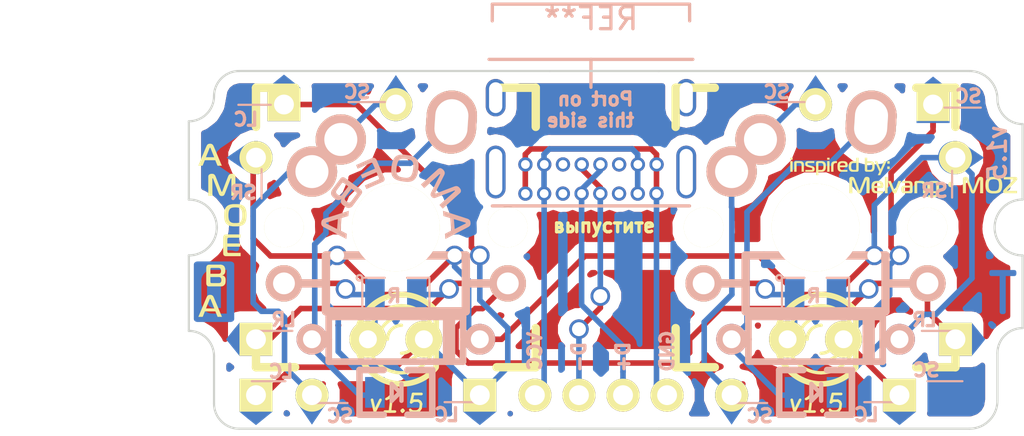
<source format=kicad_pcb>
(kicad_pcb (version 20171130) (host pcbnew "(5.0.1)-3")
  (layers (0 F.Cu signal) (31 B.Cu signal) (34 B.Paste user) (35 F.Paste user) (36 B.SilkS user) (37 F.SilkS user) (38 B.Mask user) (39 F.Mask user) (44 Edge.Cuts user))
  (net 0 "")
  (net 1 /key/LC0)
  (net 2 /key/LR0)
  (net 3 /key/SC0)
  (net 4 /key/led/N-LR0)
  (net 5 /key/switch/N-SD0)
  (net 6 D-)
  (net 7 D+)
  (net 8 SR0)
  (net 9 SC1)
  (net 10 N-SD1)
  (net 11 LC1)
  (net 12 GND)
  (net 13 N-LR1)
  (net 14 VCC)
  (module ALPS_CHERRY_ZEAL_PCB_100H (layer F.Cu) (at 267.97 110.49)
    (fp_text reference S0 hide)
    (fp_text value MX1A hide)
    (pad "" np_thru_hole circle (at 5.08 0) (size 1.8018 1.8018) (drill 1.8018) (layers *.Cu *.Mask F.SilkS))
    (pad "" np_thru_hole circle (at -5.08 0) (size 1.8018 1.8018) (drill 1.8018) (layers *.Cu *.Mask F.SilkS))
    (pad "" np_thru_hole circle (at 0 0) (size 3.9878 3.9878) (drill 3.9878) (layers *.Cu *.Mask F.SilkS))
    (pad 2 thru_hole circle (at -3.81 -2.54) (size 2.286 2.286) (drill 1.4986) (layers *.Cu *.SilkS *.Mask) (net 9 SC1))
    (pad 2 thru_hole circle (at -2.5 -4) (size 2.286 2.286) (drill 1.4986) (layers *.Cu *.SilkS *.Mask) (net 9 SC1))
    (pad 1 thru_hole oval (at 2.52 -4.79 356.05481) (size 2.286 2.867377) (drill oval 1.4986 2.079977) (layers *.Cu *.SilkS *.Mask) (net 10 N-SD1))
  )
  (module Pad (layer F.Cu) (at 261.23 118.11)
    (fp_text reference SC0:3 hide)
    (fp_text value CONN_1 hide)
    (pad 4 thru_hole circle (at 0 0) (size 1.5 1.5) (drill 0.9) (layers *.Cu *.Mask F.SilkS) (net 12 GND))
  )
  (module Pad (layer F.Cu) (at 259.23 118.11)
    (fp_text reference SC0:3 hide)
    (fp_text value CONN_1 hide)
    (pad 3 thru_hole circle (at 0 0) (size 1.5 1.5) (drill 0.9) (layers *.Cu *.Mask F.SilkS) (net 7 D+))
  )
  (module Pad (layer F.Cu) (at 257.23 118.11)
    (fp_text reference SC0:3 hide)
    (fp_text value CONN_1 hide)
    (pad 2 thru_hole circle (at 0 0) (size 1.5 1.5) (drill 0.9) (layers *.Cu *.Mask F.SilkS) (net 6 D-))
  )
  (module Pad (layer F.Cu) (at 255.23 118.11)
    (fp_text reference SC0:3 hide)
    (fp_text value CONN_1 hide)
    (pad 1 thru_hole circle (at 0 0) (size 1.5 1.5) (drill 0.9) (layers *.Cu *.Mask F.SilkS) (net 14 VCC))
  )
  (module pad-arrow-round (layer B.Cu) (at 274.57 107.315)
    (fp_text reference pad-arrow-round hide)
    (fp_text value G*** hide)
    (fp_poly (pts (xy -0.295451 -0.749653) (xy -0.346799 -0.747924) (xy -0.397215 -0.742813) (xy -0.446588 -0.73443) (xy -0.494805 -0.722888) (xy -0.541757 -0.708297) (xy -0.587331 -0.690768) (xy -0.631416 -0.670414) (xy -0.673901 -0.647346) (xy -0.714674 -0.621674) (xy -0.753623 -0.593511) (xy -0.790639 -0.562968) (xy -0.825608 -0.530156) (xy -0.85842 -0.495187) (xy -0.888963 -0.458172) (xy -0.917126 -0.419222) (xy -0.942797 -0.378449) (xy -0.965866 -0.335965) (xy -0.98622 -0.291879) (xy -1.003748 -0.246305) (xy -1.018339 -0.199354) (xy -1.029882 -0.151136) (xy -1.038264 -0.101764) (xy -1.043376 -0.051348) (xy -1.045104 0) (xy -1.043376 0.051348) (xy -1.038264 0.101764) (xy -1.029882 0.151136) (xy -1.018339 0.199354) (xy -1.003748 0.246306) (xy -0.98622 0.29188) (xy -0.965866 0.335965) (xy -0.942797 0.378449) (xy -0.917126 0.419222) (xy -0.888963 0.458172) (xy -0.85842 0.495187) (xy -0.825608 0.530156) (xy -0.790639 0.562968) (xy -0.753623 0.593511) (xy -0.714674 0.621674) (xy -0.673901 0.647346) (xy -0.631416 0.670414) (xy -0.587331 0.690768) (xy -0.541757 0.708297) (xy -0.494805 0.722888) (xy -0.446588 0.73443) (xy -0.397215 0.742813) (xy -0.346799 0.747924) (xy -0.295451 0.749653) (xy -0.24372 0.747823) (xy -0.193112 0.742433) (xy -0.143684 0.733635) (xy -0.095493 0.72158) (xy -0.048594 0.70642) (xy -0.003044 0.688306) (xy 0.041101 0.667388) (xy 0.083785 0.643819) (xy 0.136701 0.617361) (xy 1.045104 0) (xy 0.136701 -0.612951) (xy 0.108311 -0.630069) (xy 0.083785 -0.643819) (xy 0.040974 -0.667677) (xy -0.003139 -0.68873) (xy -0.04856 -0.706862) (xy -0.095293 -0.721957) (xy -0.143344 -0.7339) (xy -0.192717 -0.742574) (xy -0.243418 -0.747864) (xy -0.295451 -0.749653)) (layer B.Cu) (width 0.00254))
  )
  (module pad-arrow-round (layer B.Cu) (at 264.16 118.4021 270)
    (fp_text reference pad-arrow-round hide)
    (fp_text value G*** hide)
    (fp_poly (pts (xy -0.295451 -0.749653) (xy -0.346799 -0.747924) (xy -0.397215 -0.742813) (xy -0.446588 -0.73443) (xy -0.494805 -0.722888) (xy -0.541757 -0.708297) (xy -0.587331 -0.690768) (xy -0.631416 -0.670414) (xy -0.673901 -0.647346) (xy -0.714674 -0.621674) (xy -0.753623 -0.593511) (xy -0.790639 -0.562968) (xy -0.825608 -0.530156) (xy -0.85842 -0.495187) (xy -0.888963 -0.458172) (xy -0.917126 -0.419222) (xy -0.942797 -0.378449) (xy -0.965866 -0.335965) (xy -0.98622 -0.291879) (xy -1.003748 -0.246305) (xy -1.018339 -0.199354) (xy -1.029882 -0.151136) (xy -1.038264 -0.101764) (xy -1.043376 -0.051348) (xy -1.045104 0) (xy -1.043376 0.051348) (xy -1.038264 0.101764) (xy -1.029882 0.151136) (xy -1.018339 0.199354) (xy -1.003748 0.246306) (xy -0.98622 0.29188) (xy -0.965866 0.335965) (xy -0.942797 0.378449) (xy -0.917126 0.419222) (xy -0.888963 0.458172) (xy -0.85842 0.495187) (xy -0.825608 0.530156) (xy -0.790639 0.562968) (xy -0.753623 0.593511) (xy -0.714674 0.621674) (xy -0.673901 0.647346) (xy -0.631416 0.670414) (xy -0.587331 0.690768) (xy -0.541757 0.708297) (xy -0.494805 0.722888) (xy -0.446588 0.73443) (xy -0.397215 0.742813) (xy -0.346799 0.747924) (xy -0.295451 0.749653) (xy -0.24372 0.747823) (xy -0.193112 0.742433) (xy -0.143684 0.733635) (xy -0.095493 0.72158) (xy -0.048594 0.70642) (xy -0.003044 0.688306) (xy 0.041101 0.667388) (xy 0.083785 0.643819) (xy 0.136701 0.617361) (xy 1.045104 0) (xy 0.136701 -0.612951) (xy 0.108311 -0.630069) (xy 0.083785 -0.643819) (xy 0.040974 -0.667677) (xy -0.003139 -0.68873) (xy -0.04856 -0.706862) (xy -0.095293 -0.721957) (xy -0.143344 -0.7339) (xy -0.192717 -0.742574) (xy -0.243418 -0.747864) (xy -0.295451 -0.749653)) (layer B.Cu) (width 0.00254))
  )
  (module pad-arrow-round (layer B.Cu) (at 267.97 104.6099 90)
    (fp_text reference pad-arrow-round hide)
    (fp_text value G*** hide)
    (fp_poly (pts (xy -0.295451 -0.749653) (xy -0.346799 -0.747924) (xy -0.397215 -0.742813) (xy -0.446588 -0.73443) (xy -0.494805 -0.722888) (xy -0.541757 -0.708297) (xy -0.587331 -0.690768) (xy -0.631416 -0.670414) (xy -0.673901 -0.647346) (xy -0.714674 -0.621674) (xy -0.753623 -0.593511) (xy -0.790639 -0.562968) (xy -0.825608 -0.530156) (xy -0.85842 -0.495187) (xy -0.888963 -0.458172) (xy -0.917126 -0.419222) (xy -0.942797 -0.378449) (xy -0.965866 -0.335965) (xy -0.98622 -0.291879) (xy -1.003748 -0.246305) (xy -1.018339 -0.199354) (xy -1.029882 -0.151136) (xy -1.038264 -0.101764) (xy -1.043376 -0.051348) (xy -1.045104 0) (xy -1.043376 0.051348) (xy -1.038264 0.101764) (xy -1.029882 0.151136) (xy -1.018339 0.199354) (xy -1.003748 0.246306) (xy -0.98622 0.29188) (xy -0.965866 0.335965) (xy -0.942797 0.378449) (xy -0.917126 0.419222) (xy -0.888963 0.458172) (xy -0.85842 0.495187) (xy -0.825608 0.530156) (xy -0.790639 0.562968) (xy -0.753623 0.593511) (xy -0.714674 0.621674) (xy -0.673901 0.647346) (xy -0.631416 0.670414) (xy -0.587331 0.690768) (xy -0.541757 0.708297) (xy -0.494805 0.722888) (xy -0.446588 0.73443) (xy -0.397215 0.742813) (xy -0.346799 0.747924) (xy -0.295451 0.749653) (xy -0.24372 0.747823) (xy -0.193112 0.742433) (xy -0.143684 0.733635) (xy -0.095493 0.72158) (xy -0.048594 0.70642) (xy -0.003044 0.688306) (xy 0.041101 0.667388) (xy 0.083785 0.643819) (xy 0.136701 0.617361) (xy 1.045104 0) (xy 0.136701 -0.612951) (xy 0.108311 -0.630069) (xy 0.083785 -0.643819) (xy 0.040974 -0.667677) (xy -0.003139 -0.68873) (xy -0.04856 -0.706862) (xy -0.095293 -0.721957) (xy -0.143344 -0.7339) (xy -0.192717 -0.742574) (xy -0.243418 -0.747864) (xy -0.295451 -0.749653)) (layer B.Cu) (width 0.00254))
  )
  (module pad-arrow-square (layer B.Cu) (at 274.62 115.57)
    (fp_text reference pad-arrow-square hide)
    (fp_text value G*** hide)
    (fp_poly (pts (xy -1.053924 -0.749653) (xy -1.053924 0.749653) (xy 0.445382 0.749653) (xy 0.754063 0.379236) (xy 1.053924 0) (xy 0.754063 -0.370417) (xy 0.445382 -0.749653) (xy -1.053924 -0.749653)) (layer B.Cu) (width 0.00254))
  )
  (module pad-arrow-square (layer B.Cu) (at 271.78 118.4148 270)
    (fp_text reference pad-arrow-square hide)
    (fp_text value G*** hide)
    (fp_poly (pts (xy -1.053924 -0.749653) (xy -1.053924 0.749653) (xy 0.445382 0.749653) (xy 0.754063 0.379236) (xy 1.053924 0) (xy 0.754063 -0.370417) (xy 0.445382 -0.749653) (xy -1.053924 -0.749653)) (layer B.Cu) (width 0.00254))
  )
  (module pad-arrow-square (layer B.Cu) (at 273.304 104.6852 90)
    (fp_text reference pad-arrow-square hide)
    (fp_text value G*** hide)
    (fp_poly (pts (xy -1.053924 -0.749653) (xy -1.053924 0.749653) (xy 0.445382 0.749653) (xy 0.754063 0.379236) (xy 1.053924 0) (xy 0.754063 -0.370417) (xy 0.445382 -0.749653) (xy -1.053924 -0.749653)) (layer B.Cu) (width 0.00254))
  )
  (module SM0805 (layer B.Cu) (at 267.97 113.538)
    (fp_text reference R1 hide)
    (fp_text value RESISTOR hide)
    (pad 2 smd rect (at 0.9525 0) (size 0.889 1.397) (layers B.Cu B.Paste B.Mask) (net 2 /key/LR0))
    (pad 1 smd rect (at -0.9525 0) (size 0.889 1.397) (layers B.Cu B.Paste B.Mask) (net 13 N-LR1))
  )
  (module LED-3MM (layer F.Cu) (at 267.97 115.57)
    (fp_text reference LED0 hide)
    (fp_text value LED hide)
    (pad 2 thru_hole circle (at 1.27 0) (size 1.6764 1.6764) (drill 0.8128) (layers *.Cu *.Mask F.SilkS) (net 11 LC1))
    (pad 1 thru_hole circle (at -1.27 0) (size 1.6764 1.6764) (drill 0.8128) (layers *.Cu *.Mask F.SilkS) (net 13 N-LR1))
  )
  (module Pad (layer F.Cu) (at 264.16 118.11)
    (fp_text reference SC0:2 hide)
    (fp_text value CONN_1 hide)
    (pad 1 thru_hole circle (at 0 0) (size 1.5 1.5) (drill 0.9) (layers *.Cu *.Mask F.SilkS) (net 9 SC1))
  )
  (module D3 (layer B.Cu) (at 267.97 115.57)
    (fp_text reference D0 hide)
    (fp_text value DIODE hide)
    (pad 1 thru_hole circle (at -3.81 0) (size 1.397 1.397) (drill 0.8128) (layers *.Cu *.Mask B.SilkS) (net 10 N-SD1))
    (pad 2 thru_hole circle (at 3.81 0) (size 1.397 1.397) (drill 0.8128) (layers *.Cu *.Mask B.SilkS) (net 8 SR0))
  )
  (module Pad (layer F.Cu) (at 274.32 115.57)
    (fp_text reference LR0:1 hide)
    (fp_text value CONN_1 hide)
    (pad 1 thru_hole rect (at 0 0) (size 1.5 1.5) (drill 0.9) (layers *.Cu *.Mask F.SilkS) (net 2 /key/LR0))
  )
  (module Pad (layer F.Cu) (at 274.955 107.696)
    (fp_text reference SR0:1 hide)
    (fp_text value CONN_1 hide)
    (pad 1 thru_hole circle (at -0.635 -0.381) (size 1.5 1.5) (drill 0.9) (layers *.Cu *.Mask F.SilkS) (net 8 SR0))
  )
  (module Pad (layer F.Cu) (at 271.78 118.11)
    (fp_text reference LC0:1 hide)
    (fp_text value CONN_1 hide)
    (pad 1 thru_hole rect (at 0 0) (size 1.5 1.5) (drill 0.9) (layers *.Cu *.Mask F.SilkS) (net 11 LC1))
  )
  (module Pad (layer F.Cu) (at 273.304 104.902)
    (fp_text reference LC0:0 hide)
    (fp_text value CONN_1 hide)
    (pad 1 thru_hole rect (at 0 0) (size 1.5 1.5) (drill 0.9) (layers *.Cu *.Mask F.SilkS) (net 11 LC1))
  )
  (module RESISTOR (layer B.Cu) (at 267.97 113.03)
    (fp_text reference R0 hide)
    (fp_text value RESISTOR hide)
    (pad 2 thru_hole circle (at 5.08 0) (size 1.651 1.651) (drill 0.9906) (layers *.Cu *.SilkS *.Mask) (net 2 /key/LR0))
    (pad 1 thru_hole circle (at -5.08 0) (size 1.651 1.651) (drill 0.9906) (layers *.Cu *.SilkS *.Mask) (net 13 N-LR1))
  )
  (module Pad (layer F.Cu) (at 267.97 104.902)
    (fp_text reference SC0:0 hide)
    (fp_text value CONN_1 hide)
    (pad 1 thru_hole circle (at 0 0) (size 1.5 1.5) (drill 0.9) (layers *.Cu *.Mask F.SilkS) (net 9 SC1))
  )
  (module SM0805D (layer B.Cu) (at 267.97 117.983)
    (fp_text reference D1 hide)
    (fp_text value DIODE hide)
    (pad 2 smd rect (at 0.9525 0) (size 0.889 1.397) (layers B.Cu B.Paste B.Mask) (net 8 SR0))
    (pad 1 smd rect (at -0.9525 0) (size 0.889 1.397) (layers B.Cu B.Paste B.Mask) (net 10 N-SD1))
  )
  (module ALPS_CHERRY_ZEAL_PCB_100H (layer F.Cu) (at 248.92 110.49)
    (fp_text reference S0 hide)
    (fp_text value MX1A hide)
    (pad 1 thru_hole oval (at 2.52 -4.79 356.05481) (size 2.286 2.867377) (drill oval 1.4986 2.079977) (layers *.Cu *.SilkS *.Mask) (net 5 /key/switch/N-SD0))
    (pad 2 thru_hole circle (at -2.5 -4) (size 2.286 2.286) (drill 1.4986) (layers *.Cu *.SilkS *.Mask) (net 3 /key/SC0))
    (pad 2 thru_hole circle (at -3.81 -2.54) (size 2.286 2.286) (drill 1.4986) (layers *.Cu *.SilkS *.Mask) (net 3 /key/SC0))
    (pad "" np_thru_hole circle (at 0 0) (size 3.9878 3.9878) (drill 3.9878) (layers *.Cu *.Mask F.SilkS))
    (pad "" np_thru_hole circle (at -5.08 0) (size 1.8018 1.8018) (drill 1.8018) (layers *.Cu *.Mask F.SilkS))
    (pad "" np_thru_hole circle (at 5.08 0) (size 1.8018 1.8018) (drill 1.8018) (layers *.Cu *.Mask F.SilkS))
  )
  (module RESISTOR (layer B.Cu) (at 248.92 113.03)
    (fp_text reference R0 hide)
    (fp_text value RESISTOR hide)
    (pad 1 thru_hole circle (at -5.08 0) (size 1.651 1.651) (drill 0.9906) (layers *.Cu *.SilkS *.Mask) (net 4 /key/led/N-LR0))
    (pad 2 thru_hole circle (at 5.08 0) (size 1.651 1.651) (drill 0.9906) (layers *.Cu *.SilkS *.Mask) (net 2 /key/LR0))
  )
  (module Pad (layer F.Cu) (at 248.92 104.902)
    (fp_text reference SC0:0 hide)
    (fp_text value CONN_1 hide)
    (pad 1 thru_hole circle (at 0 0) (size 1.5 1.5) (drill 0.9) (layers *.Cu *.Mask F.SilkS) (net 3 /key/SC0))
  )
  (module Pad (layer F.Cu) (at 243.84 104.902)
    (fp_text reference LC0:0 hide)
    (fp_text value CONN_1 hide)
    (pad 1 thru_hole rect (at 0 0) (size 1.5 1.5) (drill 0.9) (layers *.Cu *.Mask F.SilkS) (net 1 /key/LC0))
  )
  (module Pad (layer F.Cu) (at 242.57 115.57)
    (fp_text reference LR0:0 hide)
    (fp_text value CONN_1 hide)
    (pad 1 thru_hole rect (at 0 0) (size 1.5 1.5) (drill 0.9) (layers *.Cu *.Mask F.SilkS) (net 2 /key/LR0))
  )
  (module Pad (layer F.Cu) (at 241.935 107.696)
    (fp_text reference SR0:0 hide)
    (fp_text value CONN_1 hide)
    (pad 1 thru_hole circle (at 0.635 -0.381) (size 1.5 1.5) (drill 0.9) (layers *.Cu *.Mask F.SilkS) (net 8 SR0))
  )
  (module Pad (layer F.Cu) (at 242.57 118.11)
    (fp_text reference LC0:1 hide)
    (fp_text value CONN_1 hide)
    (pad 1 thru_hole rect (at 0 0) (size 1.5 1.5) (drill 0.9) (layers *.Cu *.Mask F.SilkS) (net 1 /key/LC0))
  )
  (module D3 (layer B.Cu) (at 248.92 115.57)
    (fp_text reference D0 hide)
    (fp_text value DIODE hide)
    (pad 2 thru_hole circle (at 3.81 0) (size 1.397 1.397) (drill 0.8128) (layers *.Cu *.Mask B.SilkS) (net 8 SR0))
    (pad 1 thru_hole circle (at -3.81 0) (size 1.397 1.397) (drill 0.8128) (layers *.Cu *.Mask B.SilkS) (net 5 /key/switch/N-SD0))
  )
  (module Pad (layer F.Cu) (at 245.11 118.11)
    (fp_text reference SC0:2 hide)
    (fp_text value CONN_1 hide)
    (pad 1 thru_hole circle (at 0 0) (size 1.5 1.5) (drill 0.9) (layers *.Cu *.Mask F.SilkS) (net 3 /key/SC0))
  )
  (module Pad (layer F.Cu) (at 252.73 118.11)
    (fp_text reference LC0:2 hide)
    (fp_text value CONN_1 hide)
    (pad 1 thru_hole rect (at 0 0) (size 1.5 1.5) (drill 0.9) (layers *.Cu *.Mask F.SilkS) (net 1 /key/LC0))
  )
  (module SM0805D (layer B.Cu) (at 248.92 117.983)
    (fp_text reference D1 hide)
    (fp_text value DIODE hide)
    (pad 1 smd rect (at -0.9525 0) (size 0.889 1.397) (layers B.Cu B.Paste B.Mask) (net 5 /key/switch/N-SD0))
    (pad 2 smd rect (at 0.9525 0) (size 0.889 1.397) (layers B.Cu B.Paste B.Mask) (net 8 SR0))
  )
  (module SM0805 (layer B.Cu) (at 248.92 113.538)
    (fp_text reference R1 hide)
    (fp_text value RESISTOR hide)
    (pad 1 smd rect (at -0.9525 0) (size 0.889 1.397) (layers B.Cu B.Paste B.Mask) (net 4 /key/led/N-LR0))
    (pad 2 smd rect (at 0.9525 0) (size 0.889 1.397) (layers B.Cu B.Paste B.Mask) (net 2 /key/LR0))
  )
  (module LED-3MM (layer F.Cu) (at 248.92 115.57)
    (fp_text reference LED0 hide)
    (fp_text value LED hide)
    (pad 1 thru_hole circle (at -1.27 0) (size 1.6764 1.6764) (drill 0.8128) (layers *.Cu *.Mask F.SilkS) (net 4 /key/led/N-LR0))
    (pad 2 thru_hole circle (at 1.27 0) (size 1.6764 1.6764) (drill 0.8128) (layers *.Cu *.Mask F.SilkS) (net 1 /key/LC0))
  )
  (module amoeba-vertical (layer F.Cu) (at 241.046 110.617)
    (fp_text reference amoeba-vertical hide)
    (fp_text value G*** hide)
  )
  (module amoeba-round-rev (layer F.Cu) (at 248.92 109.093)
    (fp_text reference amoeba-round-rev hide)
    (fp_text value G*** hide)
  )
  (module dt-logo-d-rev (layer F.Cu) (at 240.665 113.284)
    (fp_text reference dt-logo-d-rev hide)
    (fp_text value G*** hide)
    (fp_poly (pts (xy 0.313017 -0.613454) (xy 0.313017 0.863239) (xy -0.000215 0.863239) (xy -0.05385 0.858948) (xy -0.102299 0.846858) (xy -0.14742 0.827598) (xy -0.188579 0.801817) (xy -0.225143 0.770164) (xy -0.256479 0.733291) (xy -0.281954 0.691845) (xy -0.300934 0.646478) (xy -0.312787 0.597838) (xy -0.316879 0.546575) (xy -0.316879 -0.296575) (xy -0.312711 -0.347451) (xy -0.300668 -0.395126) (xy -0.28144 -0.439236) (xy -0.255717 -0.479413) (xy -0.22419 -0.515292) (xy -0.18755 -0.546509) (xy -0.146486 -0.572696) (xy -0.101689 -0.593488) (xy -0.05385 -0.608519) (xy -0.000215 -0.613454) (xy 0.313017 -0.613454)) (layer B.Cu) (width 0.00254))
    (fp_poly (pts (xy 0.739526 -1.25) (xy 0.578191 -0.870261) (xy 0.065006 -0.870261) (xy -0.065435 -0.870261) (xy -0.07273 -0.870261) (xy -0.124618 -0.86766) (xy -0.17497 -0.860024) (xy -0.223536 -0.847602) (xy -0.270066 -0.830645) (xy -0.314309 -0.809403) (xy -0.356016 -0.784125) (xy -0.394937 -0.755062) (xy -0.430822 -0.722462) (xy -0.463421 -0.686577) (xy -0.492485 -0.647656) (xy -0.517762 -0.605949) (xy -0.539005 -0.561706) (xy -0.555962 -0.515177) (xy -0.568383 -0.466611) (xy -0.576019 -0.416259) (xy -0.57862 -0.36437) (xy -0.57862 0.613941) (xy -0.576019 0.665835) (xy -0.568383 0.7162) (xy -0.555962 0.764787) (xy -0.539005 0.811344) (xy -0.517762 0.85562) (xy -0.492485 0.897363) (xy -0.463421 0.936323) (xy -0.430822 0.972248) (xy -0.394937 1.004887) (xy -0.356016 1.033989) (xy -0.314309 1.059303) (xy -0.270066 1.080578) (xy -0.223536 1.097562) (xy -0.17497 1.110005) (xy -0.124618 1.117655) (xy -0.07273 1.120261) (xy -0.065435 1.120261) (xy 0.065006 1.120261) (xy 0.578191 1.120261) (xy 0.578191 -0.870261) (xy 0.739526 -1.25) (xy 0.795224 -1.24325) (xy 0.843528 -1.224429) (xy 0.881576 -1.195682) (xy 0.906505 -1.159152) (xy 0.915451 -1.116984) (xy 0.915451 1.366555) (xy 0.906505 1.408767) (xy 0.881576 1.445404) (xy 0.843528 1.474278) (xy 0.795224 1.493205) (xy 0.739526 1.5) (xy -0.739526 1.5) (xy -0.795224 1.493205) (xy -0.843528 1.474278) (xy -0.881576 1.445404) (xy -0.906505 1.408767) (xy -0.915451 1.366555) (xy -0.915451 -1.116984) (xy -0.906505 -1.159152) (xy -0.881576 -1.195682) (xy -0.843528 -1.224429) (xy -0.795224 -1.24325) (xy -0.739526 -1.25) (xy 0.739526 -1.25)) (layer B.Cu) (width 0.00254))
  )
  (module labels-melvang-moz (layer F.Cu) (at 271.975 108.22)
    (fp_text reference labels-melvang-moz hide)
    (fp_text value G*** hide)
  )
  (module pad-arrow-round (layer B.Cu) (at 248.92 104.6099 90)
    (fp_text reference pad-arrow-round hide)
    (fp_text value G*** hide)
    (fp_poly (pts (xy -0.295451 -0.749653) (xy -0.346799 -0.747924) (xy -0.397215 -0.742813) (xy -0.446588 -0.73443) (xy -0.494805 -0.722888) (xy -0.541757 -0.708297) (xy -0.587331 -0.690768) (xy -0.631416 -0.670414) (xy -0.673901 -0.647346) (xy -0.714674 -0.621674) (xy -0.753623 -0.593511) (xy -0.790639 -0.562968) (xy -0.825608 -0.530156) (xy -0.85842 -0.495187) (xy -0.888963 -0.458172) (xy -0.917126 -0.419222) (xy -0.942797 -0.378449) (xy -0.965866 -0.335965) (xy -0.98622 -0.291879) (xy -1.003748 -0.246305) (xy -1.018339 -0.199354) (xy -1.029882 -0.151136) (xy -1.038264 -0.101764) (xy -1.043376 -0.051348) (xy -1.045104 0) (xy -1.043376 0.051348) (xy -1.038264 0.101764) (xy -1.029882 0.151136) (xy -1.018339 0.199354) (xy -1.003748 0.246306) (xy -0.98622 0.29188) (xy -0.965866 0.335965) (xy -0.942797 0.378449) (xy -0.917126 0.419222) (xy -0.888963 0.458172) (xy -0.85842 0.495187) (xy -0.825608 0.530156) (xy -0.790639 0.562968) (xy -0.753623 0.593511) (xy -0.714674 0.621674) (xy -0.673901 0.647346) (xy -0.631416 0.670414) (xy -0.587331 0.690768) (xy -0.541757 0.708297) (xy -0.494805 0.722888) (xy -0.446588 0.73443) (xy -0.397215 0.742813) (xy -0.346799 0.747924) (xy -0.295451 0.749653) (xy -0.24372 0.747823) (xy -0.193112 0.742433) (xy -0.143684 0.733635) (xy -0.095493 0.72158) (xy -0.048594 0.70642) (xy -0.003044 0.688306) (xy 0.041101 0.667388) (xy 0.083785 0.643819) (xy 0.136701 0.617361) (xy 1.045104 0) (xy 0.136701 -0.612951) (xy 0.108311 -0.630069) (xy 0.083785 -0.643819) (xy 0.040974 -0.667677) (xy -0.003139 -0.68873) (xy -0.04856 -0.706862) (xy -0.095293 -0.721957) (xy -0.143344 -0.7339) (xy -0.192717 -0.742574) (xy -0.243418 -0.747864) (xy -0.295451 -0.749653)) (layer B.Cu) (width 0.00254))
  )
  (module pad-arrow-square (layer B.Cu) (at 243.84 104.5972 90)
    (fp_text reference pad-arrow-square hide)
    (fp_text value G*** hide)
    (fp_poly (pts (xy -1.053924 -0.749653) (xy -1.053924 0.749653) (xy 0.445382 0.749653) (xy 0.754063 0.379236) (xy 1.053924 0) (xy 0.754063 -0.370417) (xy 0.445382 -0.749653) (xy -1.053924 -0.749653)) (layer B.Cu) (width 0.00254))
  )
  (module pad-arrow-round (layer B.Cu) (at 242.2779 107.315 180)
    (fp_text reference pad-arrow-round hide)
    (fp_text value G*** hide)
    (fp_poly (pts (xy -0.295451 -0.749653) (xy -0.346799 -0.747924) (xy -0.397215 -0.742813) (xy -0.446588 -0.73443) (xy -0.494805 -0.722888) (xy -0.541757 -0.708297) (xy -0.587331 -0.690768) (xy -0.631416 -0.670414) (xy -0.673901 -0.647346) (xy -0.714674 -0.621674) (xy -0.753623 -0.593511) (xy -0.790639 -0.562968) (xy -0.825608 -0.530156) (xy -0.85842 -0.495187) (xy -0.888963 -0.458172) (xy -0.917126 -0.419222) (xy -0.942797 -0.378449) (xy -0.965866 -0.335965) (xy -0.98622 -0.291879) (xy -1.003748 -0.246305) (xy -1.018339 -0.199354) (xy -1.029882 -0.151136) (xy -1.038264 -0.101764) (xy -1.043376 -0.051348) (xy -1.045104 0) (xy -1.043376 0.051348) (xy -1.038264 0.101764) (xy -1.029882 0.151136) (xy -1.018339 0.199354) (xy -1.003748 0.246306) (xy -0.98622 0.29188) (xy -0.965866 0.335965) (xy -0.942797 0.378449) (xy -0.917126 0.419222) (xy -0.888963 0.458172) (xy -0.85842 0.495187) (xy -0.825608 0.530156) (xy -0.790639 0.562968) (xy -0.753623 0.593511) (xy -0.714674 0.621674) (xy -0.673901 0.647346) (xy -0.631416 0.670414) (xy -0.587331 0.690768) (xy -0.541757 0.708297) (xy -0.494805 0.722888) (xy -0.446588 0.73443) (xy -0.397215 0.742813) (xy -0.346799 0.747924) (xy -0.295451 0.749653) (xy -0.24372 0.747823) (xy -0.193112 0.742433) (xy -0.143684 0.733635) (xy -0.095493 0.72158) (xy -0.048594 0.70642) (xy -0.003044 0.688306) (xy 0.041101 0.667388) (xy 0.083785 0.643819) (xy 0.136701 0.617361) (xy 1.045104 0) (xy 0.136701 -0.612951) (xy 0.108311 -0.630069) (xy 0.083785 -0.643819) (xy 0.040974 -0.667677) (xy -0.003139 -0.68873) (xy -0.04856 -0.706862) (xy -0.095293 -0.721957) (xy -0.143344 -0.7339) (xy -0.192717 -0.742574) (xy -0.243418 -0.747864) (xy -0.295451 -0.749653)) (layer B.Cu) (width 0.00254))
  )
  (module pad-arrow-square (layer B.Cu) (at 242.2652 115.57 180)
    (fp_text reference pad-arrow-square hide)
    (fp_text value G*** hide)
    (fp_poly (pts (xy -1.053924 -0.749653) (xy -1.053924 0.749653) (xy 0.445382 0.749653) (xy 0.754063 0.379236) (xy 1.053924 0) (xy 0.754063 -0.370417) (xy 0.445382 -0.749653) (xy -1.053924 -0.749653)) (layer B.Cu) (width 0.00254))
  )
  (module pad-arrow-square (layer B.Cu) (at 242.57 118.4148 270)
    (fp_text reference pad-arrow-square hide)
    (fp_text value G*** hide)
    (fp_poly (pts (xy -1.053924 -0.749653) (xy -1.053924 0.749653) (xy 0.445382 0.749653) (xy 0.754063 0.379236) (xy 1.053924 0) (xy 0.754063 -0.370417) (xy 0.445382 -0.749653) (xy -1.053924 -0.749653)) (layer B.Cu) (width 0.00254))
  )
  (module pad-arrow-round (layer B.Cu) (at 245.11 118.4021 270)
    (fp_text reference pad-arrow-round hide)
    (fp_text value G*** hide)
    (fp_poly (pts (xy -0.295451 -0.749653) (xy -0.346799 -0.747924) (xy -0.397215 -0.742813) (xy -0.446588 -0.73443) (xy -0.494805 -0.722888) (xy -0.541757 -0.708297) (xy -0.587331 -0.690768) (xy -0.631416 -0.670414) (xy -0.673901 -0.647346) (xy -0.714674 -0.621674) (xy -0.753623 -0.593511) (xy -0.790639 -0.562968) (xy -0.825608 -0.530156) (xy -0.85842 -0.495187) (xy -0.888963 -0.458172) (xy -0.917126 -0.419222) (xy -0.942797 -0.378449) (xy -0.965866 -0.335965) (xy -0.98622 -0.291879) (xy -1.003748 -0.246305) (xy -1.018339 -0.199354) (xy -1.029882 -0.151136) (xy -1.038264 -0.101764) (xy -1.043376 -0.051348) (xy -1.045104 0) (xy -1.043376 0.051348) (xy -1.038264 0.101764) (xy -1.029882 0.151136) (xy -1.018339 0.199354) (xy -1.003748 0.246306) (xy -0.98622 0.29188) (xy -0.965866 0.335965) (xy -0.942797 0.378449) (xy -0.917126 0.419222) (xy -0.888963 0.458172) (xy -0.85842 0.495187) (xy -0.825608 0.530156) (xy -0.790639 0.562968) (xy -0.753623 0.593511) (xy -0.714674 0.621674) (xy -0.673901 0.647346) (xy -0.631416 0.670414) (xy -0.587331 0.690768) (xy -0.541757 0.708297) (xy -0.494805 0.722888) (xy -0.446588 0.73443) (xy -0.397215 0.742813) (xy -0.346799 0.747924) (xy -0.295451 0.749653) (xy -0.24372 0.747823) (xy -0.193112 0.742433) (xy -0.143684 0.733635) (xy -0.095493 0.72158) (xy -0.048594 0.70642) (xy -0.003044 0.688306) (xy 0.041101 0.667388) (xy 0.083785 0.643819) (xy 0.136701 0.617361) (xy 1.045104 0) (xy 0.136701 -0.612951) (xy 0.108311 -0.630069) (xy 0.083785 -0.643819) (xy 0.040974 -0.667677) (xy -0.003139 -0.68873) (xy -0.04856 -0.706862) (xy -0.095293 -0.721957) (xy -0.143344 -0.7339) (xy -0.192717 -0.742574) (xy -0.243418 -0.747864) (xy -0.295451 -0.749653)) (layer B.Cu) (width 0.00254))
  )
  (module pad-arrow-square (layer B.Cu) (at 252.73 118.4148 270)
    (fp_text reference pad-arrow-square hide)
    (fp_text value G*** hide)
    (fp_poly (pts (xy -1.053924 -0.749653) (xy -1.053924 0.749653) (xy 0.445382 0.749653) (xy 0.754063 0.379236) (xy 1.053924 0) (xy 0.754063 -0.370417) (xy 0.445382 -0.749653) (xy -1.053924 -0.749653)) (layer B.Cu) (width 0.00254))
  )
  (module dt-logo-t-rev (layer F.Cu) (at 276.518 113.354)
    (fp_text reference dt-logo-t-rev hide)
    (fp_text value G*** hide)
    (fp_poly (pts (xy 0.48749 -0.929484) (xy 0.527969 -0.914902) (xy 0.556764 -0.876578) (xy 0.567728 -0.822642) (xy 0.567728 -0.764716) (xy 0.556764 -0.710781) (xy 0.527969 -0.672456) (xy 0.48749 -0.657874) (xy 0.08458 -0.657874) (xy 0.08458 0.9705) (xy 0.076643 1.00998) (xy 0.054977 1.042161) (xy 0.022796 1.063827) (xy -0.016684 1.071764) (xy -0.089199 1.071764) (xy -0.12868 1.063827) (xy -0.160861 1.042161) (xy -0.182527 1.00998) (xy -0.190463 0.9705) (xy -0.190463 -0.657874) (xy -0.580501 -0.657874) (xy -0.62098 -0.672456) (xy -0.649775 -0.710781) (xy -0.660739 -0.764716) (xy -0.660739 -0.822642) (xy -0.649775 -0.876578) (xy -0.62098 -0.914902) (xy -0.580501 -0.929484) (xy 0.48749 -0.929484)) (layer B.Cu) (width 0.00254))
  )
  (module Type-C:USB_C_GCT_USB4085 (layer B.Cu) (at 257.775 102.85)
    (fp_text reference REF** (at 0 -1.85) (layer B.SilkS) (effects (justify mirror)))
    (fp_text value USB_C_USB4085)
    (pad CC1 thru_hole circle (at -1.275 6.1) (size 0.65 0.65) (drill 0.4) (layers *.Cu *.Mask))
    (pad GND thru_hole circle (at -2.975 6.1) (size 0.65 0.65) (drill 0.4) (layers *.Cu *.Mask) (net 12 GND))
    (pad V thru_hole circle (at -2.125 6.1) (size 0.65 0.65) (drill 0.4) (layers *.Cu *.Mask) (net 14 VCC))
    (pad D+ thru_hole circle (at -0.425 6.1) (size 0.65 0.65) (drill 0.4) (layers *.Cu *.Mask) (net 7 D+))
    (pad D- thru_hole circle (at 0.425 6.1) (size 0.65 0.65) (drill 0.4) (layers *.Cu *.Mask) (net 6 D-))
    (pad SBU1 thru_hole circle (at 1.275 6.1) (size 0.65 0.65) (drill 0.4) (layers *.Cu *.Mask))
    (pad V thru_hole circle (at 2.125 6.1) (size 0.65 0.65) (drill 0.4) (layers *.Cu *.Mask) (net 14 VCC))
    (pad GND thru_hole circle (at 2.975 6.1) (size 0.65 0.65) (drill 0.4) (layers *.Cu *.Mask) (net 12 GND))
    (pad B12 thru_hole circle (at -2.975 4.775) (size 0.65 0.65) (drill 0.4) (layers *.Cu *.Mask) (net 12 GND))
    (pad B9 thru_hole circle (at -2.12 4.775) (size 0.65 0.65) (drill 0.4) (layers *.Cu *.Mask) (net 14 VCC))
    (pad B8 thru_hole circle (at -1.27 4.775) (size 0.65 0.65) (drill 0.4) (layers *.Cu *.Mask))
    (pad D- thru_hole circle (at -0.42 4.775) (size 0.65 0.65) (drill 0.4) (layers *.Cu *.Mask) (net 6 D-))
    (pad D+ thru_hole circle (at 0.43 4.775) (size 0.65 0.65) (drill 0.4) (layers *.Cu *.Mask) (net 7 D+))
    (pad B5 thru_hole circle (at 1.28 4.775) (size 0.65 0.65) (drill 0.4) (layers *.Cu *.Mask))
    (pad B4 thru_hole circle (at 2.13 4.775) (size 0.65 0.65) (drill 0.4) (layers *.Cu *.Mask) (net 14 VCC))
    (pad B1 thru_hole circle (at 2.98 4.775) (size 0.65 0.65) (drill 0.4) (layers *.Cu *.Mask) (net 12 GND))
    (pad S1 thru_hole oval (at -4.325 5.12) (size 0.9 2.4) (drill oval 0.6 2.1) (layers *.Cu *.Mask))
    (pad S1 thru_hole oval (at 4.325 5.12) (size 0.9 2.4) (drill oval 0.6 2.1) (layers *.Cu *.Mask))
    (pad S1 thru_hole oval (at -4.325 1.74) (size 0.9 1.7) (drill oval 0.6 1.4) (layers *.Cu *.Mask))
    (pad S1 thru_hole oval (at 4.325 1.74) (size 0.9 1.7) (drill oval 0.6 1.4) (layers *.Cu *.Mask))
  )
  (gr_text выпустите (at 258.372 110.414) (layer F.SilkS) (effects (font (size 0.6 0.6))))
  (gr_text "Port on \nthis side" (at 257.747 105.139) (layer B.SilkS) (effects (font (size 0.6 0.6)) (justify mirror)))
  (gr_line (start 251.42 105.99) (end 251.46 105.41) (layer Edge.Cuts) (width 0.1))
  (gr_line (start 270.47 105.99) (end 270.515 105.41) (layer Edge.Cuts) (width 0.1))
  (gr_text GND (at 261.23 116.11 90) (layer B.SilkS) (effects (font (size 0.6 0.6)) (justify mirror)))
  (gr_text D+ (at 259.23 115.61 90) (layer B.SilkS) (effects (font (size 0.6 0.6)) (justify left mirror)))
  (gr_text D- (at 257.23 115.61 90) (layer B.SilkS) (effects (font (size 0.6 0.6)) (justify left mirror)))
  (gr_text VCC (at 255.23 116.11 90) (layer B.SilkS) (effects (font (size 0.6 0.6)) (justify mirror)))
  (gr_line (start 255.905 119.634) (end 260.858 119.634) (layer Edge.Cuts) (width 0.1))
  (gr_line (start 255.905 103.378) (end 260.858 103.378) (layer Edge.Cuts) (width 0.1))
  (gr_text SC (at 275.59 104.521) (layer B.SilkS) (effects (font (size 0.6 0.6)) (justify left mirror)))
  (gr_text v1.5 (at 267.97 118.491) (layer F.SilkS) (effects (font (size 0.8 0.8) (thickness 0.12) italic)))
  (gr_text v1.5 (at 276.225 107.061 90) (layer B.SilkS) (effects (font (size 0.8 0.8) (thickness 0.15) italic) (justify mirror)))
  (gr_text R (at 268.2875 113.6015) (layer B.SilkS) (effects (font (size 0.6 0.6)) (justify left mirror)))
  (gr_text SR (at 274.0533 108.8136) (layer B.SilkS) (effects (font (size 0.6 0.6)) (justify left mirror)))
  (gr_text LR (at 273.558 114.681) (layer B.SilkS) (effects (font (size 0.6 0.6)) (justify left mirror)))
  (gr_text SC (at 273.685 116.967) (layer B.SilkS) (effects (font (size 0.6 0.6)) (justify left mirror)))
  (gr_text SC (at 266.1158 119.0498) (layer B.SilkS) (effects (font (size 0.6 0.6)) (justify left mirror)))
  (gr_text LC (at 270.9164 118.999) (layer B.SilkS) (effects (font (size 0.6 0.6)) (justify left mirror)))
  (gr_line (start 260.858 103.378) (end 274.955 103.378) (angle 90) (layer Edge.Cuts) (width 0.1))
  (gr_line (start 267.47089 104.78897) (end 265.81989 104.78897) (angle 90) (layer B.SilkS) (width 0.1))
  (gr_arc (start 274.955 118.364) (end 276.225 118.364) (angle 90) (layer Edge.Cuts) (width 0.1))
  (gr_arc (start 274.955 104.648) (end 276.225 104.648) (angle -90) (layer Edge.Cuts) (width 0.1))
  (gr_line (start 270.1798 118.4275) (end 271.5133 118.4275) (angle 90) (layer B.SilkS) (width 0.1))
  (gr_line (start 274.193 115.189) (end 272.796 115.189) (angle 90) (layer B.SilkS) (width 0.1))
  (gr_line (start 265.7729 118.4656) (end 264.3124 118.4656) (angle 90) (layer B.SilkS) (width 0.1))
  (gr_line (start 276.225 118.364) (end 276.225 116.205) (angle 90) (layer Edge.Cuts) (width 0.1))
  (gr_line (start 274.6375 117.475) (end 273.05 117.475) (angle 90) (layer B.SilkS) (width 0.1))
  (gr_arc (start 277.368 116.205) (end 276.225 116.205) (angle 90) (layer Edge.Cuts) (width 0.1))
  (gr_arc (start 277.368 104.648) (end 276.225 104.648) (angle -90) (layer Edge.Cuts) (width 0.1))
  (gr_line (start 260.858 119.634) (end 274.955 119.634) (angle 90) (layer Edge.Cuts) (width 0.1))
  (gr_line (start 275.47189 105.04297) (end 273.82089 105.04297) (angle 90) (layer B.SilkS) (width 0.1))
  (gr_arc (start 277.368 110.49) (end 276.098 110.49) (angle 90) (layer Edge.Cuts) (width 0.1))
  (gr_line (start 277.368 115.062) (end 277.368 111.76) (angle 90) (layer Edge.Cuts) (width 0.1))
  (gr_arc (start 277.368 110.49) (end 277.368 111.76) (angle 90) (layer Edge.Cuts) (width 0.1))
  (gr_line (start 270.47 105.99) (end 270.51 105.41) (angle 90) (layer Edge.Cuts) (width 1.4986))
  (gr_line (start 274.1676 109.1311) (end 274.1676 107.9119) (angle 90) (layer B.SilkS) (width 0.1))
  (gr_text SC (at 266.8905 104.3305) (layer B.SilkS) (effects (font (size 0.6 0.6)) (justify left mirror)))
  (gr_line (start 277.368 105.791) (end 277.368 109.22) (angle 90) (layer Edge.Cuts) (width 0.1))
  (gr_line (start 239.522 105.664) (end 239.522 109.22) (angle 90) (layer Edge.Cuts) (width 0.1))
  (gr_line (start 242.697 115.189) (end 244.221 115.189) (angle 90) (layer B.SilkS) (width 0.1))
  (gr_text R (at 249.2375 113.6015) (layer B.SilkS) (effects (font (size 0.6 0.6)) (justify left mirror)))
  (gr_line (start 251.42 105.99) (end 251.46 105.41) (angle 90) (layer Edge.Cuts) (width 1.4986))
  (gr_line (start 242.824 109.1692) (end 242.824 107.8357) (angle 90) (layer B.SilkS) (width 0.1))
  (gr_line (start 241.7699 104.9147) (end 243.2431 104.9147) (angle 90) (layer B.SilkS) (width 0.1))
  (gr_line (start 239.522 111.76) (end 239.522 115.189) (angle 90) (layer Edge.Cuts) (width 0.1))
  (gr_arc (start 239.522 110.49) (end 240.792 110.49) (angle 90) (layer Edge.Cuts) (width 0.1))
  (gr_arc (start 239.522 110.49) (end 239.522 109.22) (angle 90) (layer Edge.Cuts) (width 0.1))
  (gr_line (start 246.7229 118.4656) (end 245.2624 118.4656) (angle 90) (layer B.SilkS) (width 0.1))
  (gr_line (start 251.1298 118.4275) (end 252.4633 118.4275) (angle 90) (layer B.SilkS) (width 0.1))
  (gr_line (start 241.808 103.378) (end 255.905 103.378) (angle 90) (layer Edge.Cuts) (width 0.1))
  (gr_arc (start 239.522 104.521) (end 240.665 104.521) (angle 90) (layer Edge.Cuts) (width 0.1))
  (gr_arc (start 241.808 104.521) (end 240.665 104.521) (angle 90) (layer Edge.Cuts) (width 0.1))
  (gr_line (start 241.808 119.634) (end 255.905 119.634) (angle 90) (layer Edge.Cuts) (width 0.1))
  (gr_arc (start 239.522 116.332) (end 239.522 115.189) (angle 90) (layer Edge.Cuts) (width 0.1))
  (gr_line (start 240.665 116.332) (end 240.665 118.491) (angle 90) (layer Edge.Cuts) (width 0.1))
  (gr_text v1.5 (at 248.92 118.491) (layer F.SilkS) (effects (font (size 0.8 0.8) (thickness 0.12) italic)))
  (gr_line (start 248.42089 104.78897) (end 246.76989 104.78897) (angle 90) (layer B.SilkS) (width 0.1))
  (gr_line (start 242.3795 117.475) (end 243.9035 117.475) (angle 90) (layer B.SilkS) (width 0.1))
  (gr_text SR (at 242.6843 108.9025) (layer B.SilkS) (effects (font (size 0.6 0.6)) (justify left mirror)))
  (gr_text SC (at 247.8405 104.3305) (layer B.SilkS) (effects (font (size 0.6 0.6)) (justify left mirror)))
  (gr_text LC (at 251.8664 118.999) (layer B.SilkS) (effects (font (size 0.6 0.6)) (justify left mirror)))
  (gr_text LC (at 244.348 117.0305) (layer B.SilkS) (effects (font (size 0.6 0.6)) (justify left mirror)))
  (gr_text SC (at 247.0658 119.0498) (layer B.SilkS) (effects (font (size 0.6 0.6)) (justify left mirror)))
  (gr_text LC (at 242.7478 105.5751) (layer B.SilkS) (effects (font (size 0.6 0.6)) (justify left mirror)))
  (gr_text LR (at 244.475 114.681) (layer B.SilkS) (effects (font (size 0.6 0.6)) (justify left mirror)))
  (gr_arc (start 241.808 118.491) (end 240.665 118.491) (angle -90) (layer Edge.Cuts) (width 0.1))
  (via (at 258.2 113.61) (size 0.889) (drill 0.635) (layers F.Cu B.Cu) (net 6))
  (via (at 257.23 115.11) (size 0.889) (drill 0.635) (layers F.Cu B.Cu) (net 6))
  (via (at 271.78 111.76) (size 0.889) (layers F.Cu B.Cu) (net 11))
  (segment (start 271.78 111.76) (end 271.780002 111.760002) (width 0.254) (layer B.Cu) (net 11))
  (via (at 270.383 113.284) (size 0.889) (drill 0.635) (layers F.Cu B.Cu) (net 2))
  (segment (start 273.05 113.03) (end 273.05 114.3) (width 0.254) (layer F.Cu) (net 2))
  (segment (start 273.05 114.3) (end 274.32 115.57) (width 0.254) (layer F.Cu) (net 2))
  (segment (start 268.9225 113.538) (end 270.129 113.538) (width 0.254) (layer B.Cu) (net 2))
  (segment (start 270.637 113.03) (end 270.383 113.284) (width 0.254) (layer F.Cu) (net 2))
  (segment (start 270.129 113.538) (end 270.383 113.284) (width 0.254) (layer B.Cu) (net 2))
  (segment (start 273.05 113.03) (end 270.637 113.03) (width 0.254) (layer F.Cu) (net 2))
  (segment (start 267.97 104.902) (end 267.058 104.902) (width 0.254) (layer B.Cu) (net 9))
  (segment (start 267.058 104.902) (end 265.47 106.49) (width 0.254) (layer B.Cu) (net 9))
  (segment (start 263.525 107.95) (end 264.16 107.95) (width 0.254) (layer B.Cu) (net 9))
  (segment (start 264.668 117.602) (end 264.16 118.11) (width 0.254) (layer F.Cu) (net 9))
  (segment (start 264.16 107.95) (end 263.144 107.95) (width 0.254) (layer B.Cu) (net 9))
  (segment (start 273.304 105.918) (end 273.304 104.902) (width 0.254) (layer F.Cu) (net 11))
  (via (at 270.637 111.76) (size 0.889) (layers F.Cu B.Cu) (net 8))
  (segment (start 270.637 111.76) (end 270.637 109.474) (width 0.254) (layer B.Cu) (net 8))
  (segment (start 270.637 109.474) (end 272.796 107.315) (width 0.254) (layer B.Cu) (net 8))
  (segment (start 272.796 107.315) (end 274.32 107.315) (width 0.254) (layer B.Cu) (net 8))
  (segment (start 268.9225 117.7925) (end 268.9225 117.983) (width 0.254) (layer B.Cu) (net 8))
  (via (at 265.684 113.284) (size 0.889) (layers F.Cu B.Cu) (net 13))
  (segment (start 267.0175 113.538) (end 267.0175 115.2525) (width 0.254) (layer B.Cu) (net 13))
  (segment (start 265.938 113.538) (end 267.0175 113.538) (width 0.254) (layer B.Cu) (net 13))
  (segment (start 262.89 113.03) (end 265.43 113.03) (width 0.254) (layer F.Cu) (net 13))
  (segment (start 265.43 113.03) (end 265.684 113.284) (width 0.254) (layer F.Cu) (net 13))
  (segment (start 267.0175 115.2525) (end 266.7 115.57) (width 0.254) (layer B.Cu) (net 13))
  (segment (start 265.938 113.538) (end 265.684 113.284) (width 0.254) (layer B.Cu) (net 13))
  (segment (start 266.319 118.11) (end 266.8905 118.11) (width 0.254) (layer B.Cu) (net 10))
  (segment (start 266.8905 118.11) (end 267.0175 117.983) (width 0.254) (layer B.Cu) (net 10))
  (segment (start 267.081 107.569) (end 268.621 107.569) (width 0.254) (layer B.Cu) (net 10))
  (segment (start 268.621 107.569) (end 270.49 105.7) (width 0.254) (layer B.Cu) (net 10))
  (segment (start 264.16 115.57) (end 264.286998 115.443002) (width 0.254) (layer B.Cu) (net 10))
  (segment (start 264.16 115.57) (end 264.16 115.506498) (width 0.254) (layer B.Cu) (net 10))
  (segment (start 264.16 115.57) (end 264.16 115.951) (width 0.254) (layer B.Cu) (net 10))
  (segment (start 264.16 115.951) (end 266.319 118.11) (width 0.254) (layer B.Cu) (net 10))
  (segment (start 273.304 106.106) (end 273.304 104.902) (width 0.254) (layer F.Cu) (net 11))
  (segment (start 271.399 108.011) (end 273.304 106.106) (width 0.254) (layer F.Cu) (net 11))
  (segment (start 271.78 111.76) (end 271.399 111.379) (width 0.254) (layer F.Cu) (net 11))
  (segment (start 271.399 111.379) (end 271.399 108.011) (width 0.254) (layer F.Cu) (net 11))
  (segment (start 254 115.062) (end 254 116.84) (width 0.254) (layer B.Cu) (net 1))
  (segment (start 252.730002 113.792002) (end 254 115.062) (width 0.254) (layer B.Cu) (net 1))
  (segment (start 251.841 108.839) (end 251.079 108.839) (width 0.254) (layer F.Cu) (net 1))
  (segment (start 252.349 109.347) (end 251.841 108.839) (width 0.254) (layer F.Cu) (net 1))
  (segment (start 252.73 111.76) (end 252.349 111.379) (width 0.254) (layer F.Cu) (net 1))
  (segment (start 247.142 104.902) (end 248.285 106.045) (width 0.254) (layer F.Cu) (net 1))
  (segment (start 243.84 104.902) (end 247.142 104.902) (width 0.254) (layer F.Cu) (net 1))
  (segment (start 248.285 106.045) (end 251.079 108.839) (width 0.254) (layer F.Cu) (net 1))
  (via (at 252.73 111.76) (size 0.889) (layers F.Cu B.Cu) (net 1))
  (segment (start 252.73 111.76) (end 252.730002 111.760002) (width 0.254) (layer B.Cu) (net 1))
  (segment (start 252.730002 111.760002) (end 252.730002 113.792002) (width 0.254) (layer B.Cu) (net 1))
  (segment (start 252.349 111.379) (end 252.349 109.347) (width 0.254) (layer F.Cu) (net 1))
  (segment (start 254 116.84) (end 252.73 118.11) (width 0.254) (layer B.Cu) (net 1))
  (segment (start 250.19 115.57) (end 252.73 118.11) (width 0.254) (layer B.Cu) (net 1))
  (segment (start 242.57 118.11) (end 242.951 118.11) (width 0.254) (layer F.Cu) (net 1))
  (segment (start 248.92 116.84) (end 250.19 115.57) (width 0.254) (layer F.Cu) (net 1))
  (segment (start 244.221 116.84) (end 248.92 116.84) (width 0.254) (layer F.Cu) (net 1))
  (segment (start 242.951 118.11) (end 244.221 116.84) (width 0.254) (layer F.Cu) (net 1))
  (segment (start 244.602 114.173) (end 250.444 114.173) (width 0.254) (layer F.Cu) (net 2))
  (segment (start 243.205 115.57) (end 244.602 114.173) (width 0.254) (layer F.Cu) (net 2))
  (segment (start 242.57 115.57) (end 243.205 115.57) (width 0.254) (layer F.Cu) (net 2))
  (segment (start 250.444 114.173) (end 251.333 113.284) (width 0.254) (layer F.Cu) (net 2))
  (segment (start 254 113.03) (end 251.587 113.03) (width 0.254) (layer F.Cu) (net 2))
  (segment (start 251.587 113.03) (end 251.333 113.284) (width 0.254) (layer F.Cu) (net 2))
  (segment (start 249.8725 113.538) (end 251.079 113.538) (width 0.254) (layer B.Cu) (net 2))
  (segment (start 251.079 113.538) (end 251.333 113.284) (width 0.254) (layer B.Cu) (net 2))
  (via (at 251.333 113.284) (size 0.889) (layers F.Cu B.Cu) (net 2))
  (segment (start 252.857 114.173) (end 254 113.03) (width 0.254) (layer F.Cu) (net 2))
  (segment (start 251.650499 115.051839) (end 252.529338 114.173) (width 0.254) (layer F.Cu) (net 2))
  (segment (start 251.650499 116.088161) (end 251.650499 115.051839) (width 0.254) (layer F.Cu) (net 2))
  (segment (start 252.211839 116.649501) (end 251.650499 116.088161) (width 0.254) (layer F.Cu) (net 2))
  (segment (start 269.494 114.173) (end 263.652 114.173) (width 0.254) (layer F.Cu) (net 2))
  (segment (start 252.529338 114.173) (end 252.857 114.173) (width 0.254) (layer F.Cu) (net 2))
  (segment (start 270.383 113.284) (end 269.494 114.173) (width 0.254) (layer F.Cu) (net 2))
  (segment (start 263.652 114.173) (end 262.255 115.57) (width 0.254) (layer F.Cu) (net 2))
  (segment (start 262.255 115.57) (end 262.255 116.175) (width 0.254) (layer F.Cu) (net 2))
  (segment (start 262.255 116.175) (end 261.780499 116.649501) (width 0.254) (layer F.Cu) (net 2))
  (segment (start 261.780499 116.649501) (end 252.211839 116.649501) (width 0.254) (layer F.Cu) (net 2))
  (segment (start 245.618 117.602) (end 245.11 118.11) (width 0.254) (layer F.Cu) (net 3))
  (segment (start 243.8654 114.9604) (end 243.8654 114.5794) (width 0.254) (layer B.Cu) (net 3))
  (segment (start 245.11 118.0846) (end 243.8654 116.84) (width 0.254) (layer B.Cu) (net 3))
  (segment (start 243.8654 116.84) (end 243.8654 114.9604) (width 0.254) (layer B.Cu) (net 3))
  (segment (start 244.094 107.95) (end 242.443 109.601) (width 0.254) (layer B.Cu) (net 3))
  (segment (start 242.443 109.601) (end 242.443 109.982) (width 0.254) (layer B.Cu) (net 3))
  (segment (start 242.443 113.538) (end 242.443 109.982) (width 0.254) (layer B.Cu) (net 3))
  (segment (start 245.11 107.95) (end 244.094 107.95) (width 0.254) (layer B.Cu) (net 3))
  (segment (start 242.443 113.919) (end 242.443 113.538) (width 0.254) (layer B.Cu) (net 3))
  (segment (start 242.824 114.3) (end 242.443 113.919) (width 0.254) (layer B.Cu) (net 3))
  (segment (start 243.586 114.3) (end 242.824 114.3) (width 0.254) (layer B.Cu) (net 3))
  (segment (start 243.8654 114.5794) (end 243.586 114.3) (width 0.254) (layer B.Cu) (net 3))
  (segment (start 248.92 104.902) (end 248.008 104.902) (width 0.254) (layer B.Cu) (net 3))
  (segment (start 248.008 104.902) (end 246.42 106.49) (width 0.254) (layer B.Cu) (net 3))
  (segment (start 244.475 107.95) (end 245.11 107.95) (width 0.254) (layer B.Cu) (net 3))
  (segment (start 243.2304 111.7854) (end 246.2276 111.7854) (width 0.254) (layer F.Cu) (net 8))
  (segment (start 243.2304 111.7854) (end 242.443 110.998) (width 0.254) (layer F.Cu) (net 8))
  (segment (start 242.443 110.998) (end 242.443 107.442) (width 0.254) (layer F.Cu) (net 8))
  (segment (start 242.57 107.315) (end 242.443 107.442) (width 0.254) (layer F.Cu) (net 8))
  (segment (start 246.2276 111.7854) (end 246.253 111.76) (width 0.254) (layer F.Cu) (net 8))
  (segment (start 251.587 111.76) (end 251.587 112.268) (width 0.254) (layer B.Cu) (net 8))
  (segment (start 252.222 115.062) (end 252.73 115.57) (width 0.254) (layer B.Cu) (net 8))
  (segment (start 252.222 112.903) (end 252.222 115.062) (width 0.254) (layer B.Cu) (net 8))
  (segment (start 251.587 112.268) (end 252.222 112.903) (width 0.254) (layer B.Cu) (net 8))
  (segment (start 246.253 111.76) (end 246.38 111.76) (width 0.254) (layer F.Cu) (net 8))
  (segment (start 249.809 113.538) (end 251.587 111.76) (width 0.254) (layer F.Cu) (net 8))
  (segment (start 248.158 113.538) (end 249.809 113.538) (width 0.254) (layer F.Cu) (net 8))
  (segment (start 246.38 111.76) (end 248.158 113.538) (width 0.254) (layer F.Cu) (net 8))
  (segment (start 247.015 116.84) (end 246.3038 116.1288) (width 0.254) (layer B.Cu) (net 8))
  (segment (start 249.8725 117.7925) (end 248.92 116.84) (width 0.254) (layer B.Cu) (net 8))
  (segment (start 248.92 116.84) (end 247.015 116.84) (width 0.254) (layer B.Cu) (net 8))
  (via (at 246.253 111.76) (size 0.889) (layers F.Cu B.Cu) (net 8))
  (segment (start 245.745 112.268) (end 246.253 111.76) (width 0.254) (layer B.Cu) (net 8))
  (segment (start 245.745 113.919) (end 245.745 112.268) (width 0.254) (layer B.Cu) (net 8))
  (segment (start 249.8725 117.7925) (end 249.8725 117.983) (width 0.254) (layer B.Cu) (net 8))
  (segment (start 246.3038 114.4778) (end 245.745 113.919) (width 0.254) (layer B.Cu) (net 8))
  (segment (start 246.3038 116.1288) (end 246.3038 114.4778) (width 0.254) (layer B.Cu) (net 8))
  (via (at 251.587 111.76) (size 0.889) (layers F.Cu B.Cu) (net 8))
  (segment (start 243.84 113.03) (end 246.38 113.03) (width 0.254) (layer F.Cu) (net 4))
  (segment (start 246.888 113.538) (end 246.634 113.284) (width 0.254) (layer B.Cu) (net 4))
  (via (at 246.634 113.284) (size 0.889) (layers F.Cu B.Cu) (net 4))
  (segment (start 246.888 113.538) (end 247.9675 113.538) (width 0.254) (layer B.Cu) (net 4))
  (segment (start 246.38 113.03) (end 246.634 113.284) (width 0.254) (layer F.Cu) (net 4))
  (segment (start 247.9675 113.538) (end 247.9675 115.2525) (width 0.254) (layer B.Cu) (net 4))
  (segment (start 247.9675 115.2525) (end 247.65 115.57) (width 0.254) (layer B.Cu) (net 4))
  (segment (start 248.031 107.569) (end 249.571 107.569) (width 0.254) (layer B.Cu) (net 5))
  (segment (start 245.745 110.744) (end 245.236998 111.252002) (width 0.254) (layer B.Cu) (net 5))
  (segment (start 245.236998 111.252002) (end 245.236998 115.443002) (width 0.254) (layer B.Cu) (net 5))
  (segment (start 245.11 115.57) (end 245.236998 115.443002) (width 0.254) (layer B.Cu) (net 5))
  (segment (start 248.031 107.569) (end 245.745 109.855) (width 0.254) (layer B.Cu) (net 5))
  (segment (start 245.745 109.855) (end 245.745 110.744) (width 0.254) (layer B.Cu) (net 5))
  (segment (start 249.571 107.569) (end 251.44 105.7) (width 0.254) (layer B.Cu) (net 5))
  (segment (start 245.11 115.57) (end 245.11 115.951) (width 0.254) (layer B.Cu) (net 5))
  (segment (start 247.8405 118.11) (end 247.9675 117.983) (width 0.254) (layer B.Cu) (net 5))
  (segment (start 247.269 118.11) (end 247.8405 118.11) (width 0.254) (layer B.Cu) (net 5))
  (segment (start 245.11 115.951) (end 247.269 118.11) (width 0.254) (layer B.Cu) (net 5))
  (segment (start 245.11 115.57) (end 245.11 115.506498) (width 0.254) (layer B.Cu) (net 5))
  (segment (start 257.35 108.755118) (end 257.35 108.95) (width 0.254) (layer B.Cu) (net 7))
  (segment (start 258.195 107.910118) (end 257.35 108.755118) (width 0.254) (layer B.Cu) (net 7))
  (segment (start 258.195 107.625) (end 258.195 107.910118) (width 0.254) (layer B.Cu) (net 7))
  (segment (start 257.35 117.99) (end 257.23 118.11) (width 0.254) (layer B.Cu) (net 6))
  (segment (start 258.2 108.674882) (end 258.2 108.95) (width 0.254) (layer F.Cu) (net 6))
  (segment (start 257.345 107.819882) (end 258.2 108.674882) (width 0.254) (layer F.Cu) (net 6))
  (segment (start 257.345 107.625) (end 257.345 107.819882) (width 0.254) (layer F.Cu) (net 6))
  (segment (start 257.23 115.11) (end 257.23 118.11) (width 0.254) (layer B.Cu) (net 6))
  (segment (start 258.2 108.95) (end 258.2 113.61) (width 0.254) (layer B.Cu) (net 6))
  (segment (start 258.2 114.14) (end 257.23 115.11) (width 0.254) (layer F.Cu) (net 6))
  (segment (start 258.2 113.61) (end 258.2 114.14) (width 0.254) (layer F.Cu) (net 6))
  (segment (start 259.275 118.065) (end 259.23 118.11) (width 0.254) (layer B.Cu) (net 7))
  (segment (start 259.23 117.04934) (end 259.23 118.11) (width 0.254) (layer B.Cu) (net 7))
  (segment (start 259.23 115.888258) (end 259.23 117.04934) (width 0.254) (layer B.Cu) (net 7))
  (segment (start 257.35 114.008258) (end 259.23 115.888258) (width 0.254) (layer B.Cu) (net 7))
  (segment (start 257.35 108.95) (end 257.35 114.008258) (width 0.254) (layer B.Cu) (net 7))
  (segment (start 271.0815 115.57) (end 271.78 115.57) (width 0.254) (layer B.Cu) (net 8))
  (segment (start 268.9225 117.729) (end 271.0815 115.57) (width 0.254) (layer B.Cu) (net 8))
  (segment (start 268.9225 117.983) (end 268.9225 117.729) (width 0.254) (layer B.Cu) (net 8))
  (segment (start 275.069999 108.064999) (end 274.32 107.315) (width 0.254) (layer B.Cu) (net 8))
  (segment (start 275.069999 112.795623) (end 275.069999 108.064999) (width 0.254) (layer B.Cu) (net 8))
  (segment (start 273.426623 114.438999) (end 275.069999 112.795623) (width 0.254) (layer B.Cu) (net 8))
  (segment (start 272.911001 114.438999) (end 273.426623 114.438999) (width 0.254) (layer B.Cu) (net 8))
  (segment (start 271.78 115.57) (end 272.911001 114.438999) (width 0.254) (layer B.Cu) (net 8))
  (segment (start 268.859 113.538) (end 270.637 111.76) (width 0.254) (layer F.Cu) (net 8))
  (segment (start 267.159742 113.538) (end 268.859 113.538) (width 0.254) (layer F.Cu) (net 8))
  (segment (start 265.407142 111.7854) (end 267.159742 113.538) (width 0.254) (layer F.Cu) (net 8))
  (segment (start 257.502428 111.7854) (end 265.407142 111.7854) (width 0.254) (layer F.Cu) (net 8))
  (segment (start 253.717828 115.57) (end 257.502428 111.7854) (width 0.254) (layer F.Cu) (net 8))
  (segment (start 252.73 115.57) (end 253.717828 115.57) (width 0.254) (layer F.Cu) (net 8))
  (segment (start 264.16 118.0846) (end 262.9154 116.84) (width 0.254) (layer B.Cu) (net 9))
  (segment (start 264.16 109.566446) (end 264.16 107.95) (width 0.254) (layer B.Cu) (net 9))
  (segment (start 264.171901 109.578347) (end 264.16 109.566446) (width 0.254) (layer B.Cu) (net 9))
  (segment (start 264.171901 113.533721) (end 264.171901 109.578347) (width 0.254) (layer B.Cu) (net 9))
  (segment (start 262.9154 114.790222) (end 264.171901 113.533721) (width 0.254) (layer B.Cu) (net 9))
  (segment (start 262.9154 116.84) (end 262.9154 114.790222) (width 0.254) (layer B.Cu) (net 9))
  (segment (start 264.858499 114.871501) (end 264.16 115.57) (width 0.254) (layer B.Cu) (net 10))
  (segment (start 264.858499 109.791501) (end 264.858499 114.871501) (width 0.254) (layer B.Cu) (net 10))
  (segment (start 267.081 107.569) (end 264.858499 109.791501) (width 0.254) (layer B.Cu) (net 10))
  (segment (start 270.078199 114.731801) (end 269.24 115.57) (width 0.254) (layer B.Cu) (net 11))
  (segment (start 270.156941 114.731801) (end 270.078199 114.731801) (width 0.254) (layer B.Cu) (net 11))
  (segment (start 271.335501 113.553241) (end 270.156941 114.731801) (width 0.254) (layer B.Cu) (net 11))
  (segment (start 271.335501 112.204499) (end 271.335501 113.553241) (width 0.254) (layer B.Cu) (net 11))
  (segment (start 271.78 111.76) (end 271.335501 112.204499) (width 0.254) (layer B.Cu) (net 11))
  (segment (start 270.078199 116.408199) (end 271.78 118.11) (width 0.254) (layer F.Cu) (net 11))
  (segment (start 269.24 115.57) (end 270.078199 116.408199) (width 0.254) (layer F.Cu) (net 11))
  (segment (start 260.75 108.95) (end 260.75 107.625) (width 0.254) (layer F.Cu) (net 12))
  (segment (start 254.795 107.165381) (end 254.795 107.625) (width 0.254) (layer F.Cu) (net 12))
  (segment (start 255.041382 106.918999) (end 254.795 107.165381) (width 0.254) (layer F.Cu) (net 12))
  (segment (start 260.503618 106.918999) (end 255.041382 106.918999) (width 0.254) (layer F.Cu) (net 12))
  (segment (start 260.75 107.165381) (end 260.503618 106.918999) (width 0.254) (layer F.Cu) (net 12))
  (segment (start 260.75 107.625) (end 260.75 107.165381) (width 0.254) (layer F.Cu) (net 12))
  (segment (start 254.795 108.945) (end 254.8 108.95) (width 0.254) (layer F.Cu) (net 12))
  (segment (start 254.795 107.625) (end 254.795 108.945) (width 0.254) (layer F.Cu) (net 12))
  (segment (start 260.75 117.63) (end 261.23 118.11) (width 0.254) (layer B.Cu) (net 12))
  (segment (start 260.75 108.95) (end 260.75 117.63) (width 0.254) (layer B.Cu) (net 12))
  (segment (start 255.645 108.945) (end 255.65 108.95) (width 0.254) (layer B.Cu) (net 14))
  (segment (start 255.645 107.625) (end 255.645 108.945) (width 0.254) (layer B.Cu) (net 14))
  (segment (start 255.645 107.165381) (end 255.645 107.625) (width 0.254) (layer B.Cu) (net 14))
  (segment (start 255.891382 106.918999) (end 255.645 107.165381) (width 0.254) (layer B.Cu) (net 14))
  (segment (start 259.648618 106.918999) (end 255.891382 106.918999) (width 0.254) (layer B.Cu) (net 14))
  (segment (start 259.895 107.165381) (end 259.648618 106.918999) (width 0.254) (layer B.Cu) (net 14))
  (segment (start 259.895 107.625) (end 259.895 107.165381) (width 0.254) (layer B.Cu) (net 14))
  (segment (start 259.895 108.945) (end 259.9 108.95) (width 0.254) (layer B.Cu) (net 14))
  (segment (start 259.895 107.625) (end 259.895 108.945) (width 0.254) (layer B.Cu) (net 14))
  (segment (start 255.65 117.69) (end 255.23 118.11) (width 0.254) (layer B.Cu) (net 14))
  (segment (start 255.65 108.95) (end 255.65 117.69) (width 0.254) (layer B.Cu) (net 14))
  (zone (net 0) (net_name "") (layer F.Cu) (connect_pads (clearance 0.508)) (min_thickness 0.254)
    (keepout (tracks allowed) (vias allowed) (copperpour not_allowed))
    (fill (arc_segments 16) (thermal_gap 0.508) (thermal_bridge_width 0.508))
    (polygon (pts (xy 249.682 105.029) (xy 249.555 105.41) (xy 249.174 105.664) (xy 248.666 105.664) (xy 248.285 105.41) (xy 248.158 105.029) (xy 248.158 104.648) (xy 248.92 103.505) (xy 249.682 104.648)))
  )
  (zone (net 0) (net_name "") (layer B.Cu) (connect_pads (clearance 0.508)) (min_thickness 0.254)
    (keepout (tracks allowed) (vias allowed) (copperpour not_allowed))
    (fill (arc_segments 16) (thermal_gap 0.508) (thermal_bridge_width 0.508))
    (polygon (pts (xy 248.92 103.4415) (xy 248.0945 104.648) (xy 248.0945 105.2195) (xy 248.666 105.7275) (xy 249.174 105.7275) (xy 249.7455 105.2195) (xy 249.7455 104.648)))
  )
  (zone (net 0) (net_name "") (layer B.Cu) (connect_pads (clearance 0.508)) (min_thickness 0.254)
    (keepout (tracks allowed) (vias allowed) (copperpour not_allowed))
    (fill (arc_segments 16) (thermal_gap 0.508) (thermal_bridge_width 0.508))
    (polygon (pts (xy 253.5555 117.2845) (xy 253.5555 118.872) (xy 252.73 119.5705) (xy 251.9045 118.872) (xy 251.9045 117.2845)))
  )
  (zone (net 0) (net_name "") (layer B.Cu) (connect_pads (clearance 0.508)) (min_thickness 0.254)
    (keepout (tracks allowed) (vias allowed) (copperpour not_allowed))
    (fill (arc_segments 16) (thermal_gap 0.508) (thermal_bridge_width 0.508))
    (polygon (pts (xy 245.11 119.507) (xy 245.9355 118.3005) (xy 245.9355 117.856) (xy 245.491 117.2845) (xy 244.729 117.2845) (xy 244.2845 117.856) (xy 244.2845 118.3005)))
  )
  (zone (net 0) (net_name "") (layer B.Cu) (connect_pads (clearance 0.508)) (min_thickness 0.254)
    (keepout (tracks allowed) (vias allowed) (copperpour not_allowed))
    (fill (arc_segments 16) (thermal_gap 0.508) (thermal_bridge_width 0.508))
    (polygon (pts (xy 243.3955 117.2845) (xy 243.3955 118.872) (xy 242.57 119.507) (xy 241.7445 118.872) (xy 241.7445 117.2845)))
  )
  (zone (net 0) (net_name "") (layer B.Cu) (connect_pads (clearance 0.508)) (min_thickness 0.254)
    (keepout (tracks allowed) (vias allowed) (copperpour not_allowed))
    (fill (arc_segments 16) (thermal_gap 0.508) (thermal_bridge_width 0.508))
    (polygon (pts (xy 243.3955 116.3955) (xy 241.554 116.3955) (xy 240.919 115.57) (xy 241.2365 115.1255) (xy 239.522 115.1255) (xy 239.522 111.76) (xy 241.935 111.76) (xy 241.935 114.7445) (xy 243.3955 114.7445)))
  )
  (zone (net 0) (net_name "") (layer B.Cu) (connect_pads (clearance 0.508)) (min_thickness 0.254)
    (keepout (tracks allowed) (vias allowed) (copperpour not_allowed))
    (fill (arc_segments 16) (thermal_gap 0.508) (thermal_bridge_width 0.508))
    (polygon (pts (xy 240.8555 107.315) (xy 242.062 106.426) (xy 242.951 106.426) (xy 243.5225 107.1245) (xy 243.5225 107.569) (xy 242.951 108.204) (xy 242.062 108.204)))
  )
  (zone (net 0) (net_name "") (layer B.Cu) (connect_pads (clearance 0.508)) (min_thickness 0.254)
    (keepout (tracks allowed) (vias allowed) (copperpour not_allowed))
    (fill (arc_segments 16) (thermal_gap 0.508) (thermal_bridge_width 0.508))
    (polygon (pts (xy 277.368 112.0775) (xy 275.5265 112.0775) (xy 275.5265 114.7445) (xy 277.368 114.7445)))
  )
  (zone (net 0) (net_name "") (layer B.Cu) (connect_pads (clearance 0.508)) (min_thickness 0.254)
    (keepout (tracks allowed) (vias allowed) (copperpour not_allowed))
    (fill (arc_segments 16) (thermal_gap 0.508) (thermal_bridge_width 0.508))
    (polygon (pts (xy 276.0345 107.315) (xy 274.8915 106.4895) (xy 274.066 106.4895) (xy 273.558 106.934) (xy 273.558 107.696) (xy 274.066 108.1405) (xy 274.8915 108.1405)))
  )
  (zone (net 0) (net_name "") (layer B.Cu) (connect_pads (clearance 0.508)) (min_thickness 0.254)
    (keepout (tracks allowed) (vias allowed) (copperpour not_allowed))
    (fill (arc_segments 16) (thermal_gap 0.508) (thermal_bridge_width 0.508))
    (polygon (pts (xy 272.611 117.311279) (xy 272.611 118.898779) (xy 271.7855 119.533779) (xy 270.96 118.898779) (xy 270.96 117.311279)))
  )
  (zone (net 0) (net_name "") (layer B.Cu) (connect_pads (clearance 0.508)) (min_thickness 0.254)
    (keepout (tracks allowed) (vias allowed) (copperpour not_allowed))
    (fill (arc_segments 16) (thermal_gap 0.508) (thermal_bridge_width 0.508))
    (polygon (pts (xy 264.16 119.507) (xy 264.9855 118.3005) (xy 264.9855 117.856) (xy 264.541 117.2845) (xy 263.779 117.2845) (xy 263.3345 117.856) (xy 263.3345 118.3005)))
  )
  (zone (net 0) (net_name "") (layer B.Cu) (connect_pads (clearance 0.508)) (min_thickness 0.254)
    (keepout (tracks allowed) (vias allowed) (copperpour not_allowed))
    (fill (arc_segments 16) (thermal_gap 0.508) (thermal_bridge_width 0.508))
    (polygon (pts (xy 273.4945 114.7445) (xy 275.336 114.7445) (xy 276.0345 115.57) (xy 275.336 116.3955) (xy 273.4945 116.3955)))
  )
  (zone (net 0) (net_name "") (layer F.Cu) (connect_pads (clearance 0.508)) (min_thickness 0.254)
    (keepout (tracks allowed) (vias allowed) (copperpour not_allowed))
    (fill (arc_segments 16) (thermal_gap 0.508) (thermal_bridge_width 0.508))
    (polygon (pts (xy 268.732 105.029) (xy 268.605 105.41) (xy 268.224 105.664) (xy 267.716 105.664) (xy 267.335 105.41) (xy 267.208 105.029) (xy 267.208 104.648) (xy 267.97 103.505) (xy 268.732 104.648)))
  )
  (zone (net 0) (net_name "") (layer B.Cu) (connect_pads (clearance 0.508)) (min_thickness 0.254)
    (keepout (tracks allowed) (vias allowed) (copperpour not_allowed))
    (fill (arc_segments 16) (thermal_gap 0.508) (thermal_bridge_width 0.508))
    (polygon (pts (xy 267.97 103.4415) (xy 267.1445 104.648) (xy 267.1445 105.2195) (xy 267.716 105.7275) (xy 268.224 105.7275) (xy 268.7955 105.2195) (xy 268.7955 104.648)))
  )
  (zone (net 0) (net_name "") (layer B.Cu) (connect_pads (clearance 0.508)) (min_thickness 0.254)
    (keepout (tracks allowed) (vias allowed) (copperpour not_allowed))
    (fill (arc_segments 16) (thermal_gap 0.508) (thermal_bridge_width 0.508))
    (polygon (pts (xy 243.003 105.733553) (xy 243.003 104.146053) (xy 243.8285 103.447553) (xy 244.654 104.146053) (xy 244.654 105.733553)))
  )
  (zone (net 0) (net_name "") (layer B.Cu) (connect_pads (clearance 0.508)) (min_thickness 0.254)
    (keepout (tracks allowed) (vias allowed) (copperpour not_allowed))
    (fill (arc_segments 16) (thermal_gap 0.508) (thermal_bridge_width 0.508))
    (polygon (pts (xy 272.469895 105.812) (xy 272.469895 104.2245) (xy 273.295395 103.526) (xy 274.120895 104.2245) (xy 274.120895 105.812)))
  )
  (zone (net 0) (net_name "") (layer F.Cu) (connect_pads (clearance 0.508)) (min_thickness 0.254) (fill yes (mode segment) (arc_segments 16) (thermal_gap 0.508) (thermal_bridge_width 0.508))
    (polygon (pts (xy 239.522 105.664) (xy 239.522 109.214) (xy 240.097 109.339) (xy 240.547 109.739) (xy 240.797 110.339) (xy 240.672 111.039) (xy 240.272 111.514) (xy 239.522 111.764) (xy 239.522 115.189) (xy 240.097 115.339) (xy 240.547 115.814) (xy 240.672 116.364) (xy 240.672 118.514) (xy 240.772 118.939) (xy 241.047 119.339) (xy 241.547 119.589) (xy 241.922 119.639) (xy 274.997 119.639) (xy 275.672 119.439) (xy 276.147 118.814) (xy 276.222 118.189) (xy 276.222 116.139) (xy 276.447 115.514) (xy 276.947 115.139) (xy 277.372 115.064) (xy 277.372 111.764) (xy 276.722 111.589) (xy 276.297 111.164) (xy 276.072 110.564) (xy 276.297 109.764) (xy 276.947 109.264) (xy 277.372 109.214) (xy 277.372 105.789) (xy 276.772 105.639) (xy 276.397 105.239) (xy 276.222 104.664) (xy 276.072 104.039) (xy 275.622 103.589) (xy 275.022 103.364) (xy 241.572 103.389) (xy 240.897 103.814) (xy 240.647 104.489) (xy 240.547 105.114) (xy 240.022 105.539)))
  )
  (zone (net 0) (net_name "") (layer B.Cu) (connect_pads (clearance 0.508)) (min_thickness 0.254) (fill yes (arc_segments 16) (thermal_gap 0.508) (thermal_bridge_width 0.508))
    (polygon (pts (xy 239.522 105.664) (xy 239.522 109.189) (xy 240.197 109.389) (xy 240.697 109.964) (xy 240.772 110.664) (xy 240.447 111.389) (xy 239.822 111.739) (xy 239.522 111.764) (xy 239.497 115.189) (xy 240.072 115.339) (xy 240.547 115.864) (xy 240.672 116.864) (xy 240.647 118.639) (xy 240.897 119.189) (xy 241.447 119.589) (xy 242.022 119.664) (xy 274.972 119.639) (xy 275.672 119.389) (xy 276.147 118.889) (xy 276.222 116.039) (xy 276.547 115.414) (xy 277.372 115.064) (xy 277.347 111.764) (xy 276.272 111.164) (xy 276.322 109.739) (xy 277.372 109.214) (xy 277.372 105.814) (xy 276.597 105.514) (xy 276.222 104.564) (xy 275.722 103.664) (xy 274.847 103.389) (xy 241.672 103.414) (xy 240.872 103.864) (xy 240.547 105.089) (xy 240.022 105.539)))
  )
)
</source>
